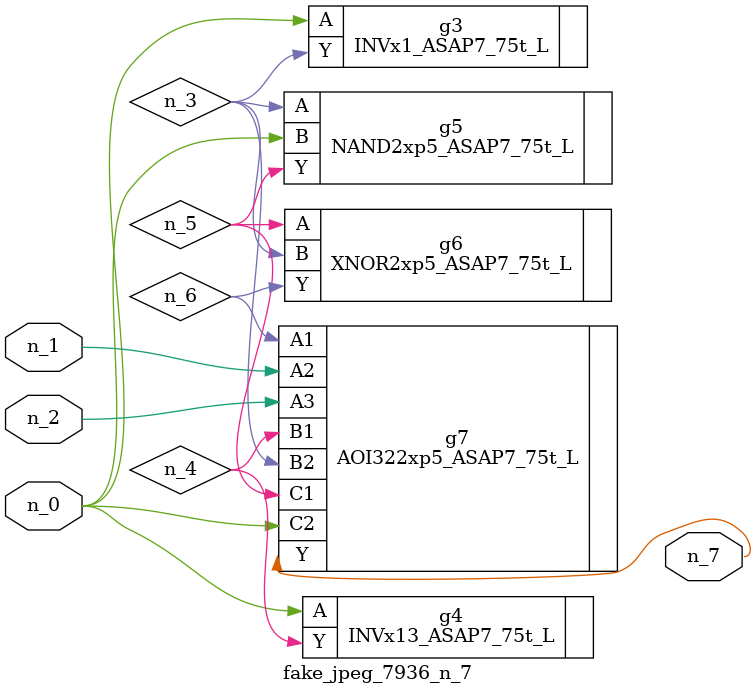
<source format=v>
module fake_jpeg_7936_n_7 (n_0, n_2, n_1, n_7);

input n_0;
input n_2;
input n_1;

output n_7;

wire n_3;
wire n_4;
wire n_6;
wire n_5;

INVx1_ASAP7_75t_L g3 ( 
.A(n_0),
.Y(n_3)
);

INVx13_ASAP7_75t_L g4 ( 
.A(n_0),
.Y(n_4)
);

NAND2xp5_ASAP7_75t_L g5 ( 
.A(n_3),
.B(n_0),
.Y(n_5)
);

XNOR2xp5_ASAP7_75t_L g6 ( 
.A(n_5),
.B(n_3),
.Y(n_6)
);

AOI322xp5_ASAP7_75t_L g7 ( 
.A1(n_6),
.A2(n_1),
.A3(n_2),
.B1(n_4),
.B2(n_3),
.C1(n_5),
.C2(n_0),
.Y(n_7)
);


endmodule
</source>
